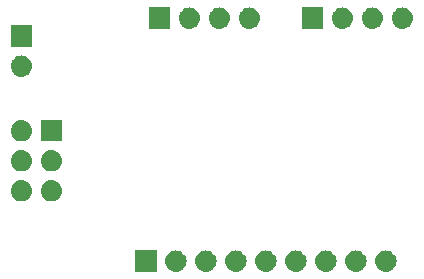
<source format=gbs>
G04 #@! TF.GenerationSoftware,KiCad,Pcbnew,(5.1.4)-1*
G04 #@! TF.CreationDate,2019-10-15T21:25:22-05:00*
G04 #@! TF.ProjectId,BACEE,42414345-452e-46b6-9963-61645f706362,1*
G04 #@! TF.SameCoordinates,Original*
G04 #@! TF.FileFunction,Soldermask,Bot*
G04 #@! TF.FilePolarity,Negative*
%FSLAX46Y46*%
G04 Gerber Fmt 4.6, Leading zero omitted, Abs format (unit mm)*
G04 Created by KiCad (PCBNEW (5.1.4)-1) date 2019-10-15 21:25:22*
%MOMM*%
%LPD*%
G04 APERTURE LIST*
%ADD10C,0.100000*%
G04 APERTURE END LIST*
D10*
G36*
X96884442Y-95879518D02*
G01*
X96950627Y-95886037D01*
X97120466Y-95937557D01*
X97276991Y-96021222D01*
X97312729Y-96050552D01*
X97414186Y-96133814D01*
X97497448Y-96235271D01*
X97526778Y-96271009D01*
X97610443Y-96427534D01*
X97661963Y-96597373D01*
X97679359Y-96774000D01*
X97661963Y-96950627D01*
X97610443Y-97120466D01*
X97526778Y-97276991D01*
X97497448Y-97312729D01*
X97414186Y-97414186D01*
X97312729Y-97497448D01*
X97276991Y-97526778D01*
X97120466Y-97610443D01*
X96950627Y-97661963D01*
X96884443Y-97668481D01*
X96818260Y-97675000D01*
X96729740Y-97675000D01*
X96663557Y-97668481D01*
X96597373Y-97661963D01*
X96427534Y-97610443D01*
X96271009Y-97526778D01*
X96235271Y-97497448D01*
X96133814Y-97414186D01*
X96050552Y-97312729D01*
X96021222Y-97276991D01*
X95937557Y-97120466D01*
X95886037Y-96950627D01*
X95868641Y-96774000D01*
X95886037Y-96597373D01*
X95937557Y-96427534D01*
X96021222Y-96271009D01*
X96050552Y-96235271D01*
X96133814Y-96133814D01*
X96235271Y-96050552D01*
X96271009Y-96021222D01*
X96427534Y-95937557D01*
X96597373Y-95886037D01*
X96663558Y-95879518D01*
X96729740Y-95873000D01*
X96818260Y-95873000D01*
X96884442Y-95879518D01*
X96884442Y-95879518D01*
G37*
G36*
X94344442Y-95879518D02*
G01*
X94410627Y-95886037D01*
X94580466Y-95937557D01*
X94736991Y-96021222D01*
X94772729Y-96050552D01*
X94874186Y-96133814D01*
X94957448Y-96235271D01*
X94986778Y-96271009D01*
X95070443Y-96427534D01*
X95121963Y-96597373D01*
X95139359Y-96774000D01*
X95121963Y-96950627D01*
X95070443Y-97120466D01*
X94986778Y-97276991D01*
X94957448Y-97312729D01*
X94874186Y-97414186D01*
X94772729Y-97497448D01*
X94736991Y-97526778D01*
X94580466Y-97610443D01*
X94410627Y-97661963D01*
X94344443Y-97668481D01*
X94278260Y-97675000D01*
X94189740Y-97675000D01*
X94123557Y-97668481D01*
X94057373Y-97661963D01*
X93887534Y-97610443D01*
X93731009Y-97526778D01*
X93695271Y-97497448D01*
X93593814Y-97414186D01*
X93510552Y-97312729D01*
X93481222Y-97276991D01*
X93397557Y-97120466D01*
X93346037Y-96950627D01*
X93328641Y-96774000D01*
X93346037Y-96597373D01*
X93397557Y-96427534D01*
X93481222Y-96271009D01*
X93510552Y-96235271D01*
X93593814Y-96133814D01*
X93695271Y-96050552D01*
X93731009Y-96021222D01*
X93887534Y-95937557D01*
X94057373Y-95886037D01*
X94123558Y-95879518D01*
X94189740Y-95873000D01*
X94278260Y-95873000D01*
X94344442Y-95879518D01*
X94344442Y-95879518D01*
G37*
G36*
X91804442Y-95879518D02*
G01*
X91870627Y-95886037D01*
X92040466Y-95937557D01*
X92196991Y-96021222D01*
X92232729Y-96050552D01*
X92334186Y-96133814D01*
X92417448Y-96235271D01*
X92446778Y-96271009D01*
X92530443Y-96427534D01*
X92581963Y-96597373D01*
X92599359Y-96774000D01*
X92581963Y-96950627D01*
X92530443Y-97120466D01*
X92446778Y-97276991D01*
X92417448Y-97312729D01*
X92334186Y-97414186D01*
X92232729Y-97497448D01*
X92196991Y-97526778D01*
X92040466Y-97610443D01*
X91870627Y-97661963D01*
X91804443Y-97668481D01*
X91738260Y-97675000D01*
X91649740Y-97675000D01*
X91583557Y-97668481D01*
X91517373Y-97661963D01*
X91347534Y-97610443D01*
X91191009Y-97526778D01*
X91155271Y-97497448D01*
X91053814Y-97414186D01*
X90970552Y-97312729D01*
X90941222Y-97276991D01*
X90857557Y-97120466D01*
X90806037Y-96950627D01*
X90788641Y-96774000D01*
X90806037Y-96597373D01*
X90857557Y-96427534D01*
X90941222Y-96271009D01*
X90970552Y-96235271D01*
X91053814Y-96133814D01*
X91155271Y-96050552D01*
X91191009Y-96021222D01*
X91347534Y-95937557D01*
X91517373Y-95886037D01*
X91583558Y-95879518D01*
X91649740Y-95873000D01*
X91738260Y-95873000D01*
X91804442Y-95879518D01*
X91804442Y-95879518D01*
G37*
G36*
X89264442Y-95879518D02*
G01*
X89330627Y-95886037D01*
X89500466Y-95937557D01*
X89656991Y-96021222D01*
X89692729Y-96050552D01*
X89794186Y-96133814D01*
X89877448Y-96235271D01*
X89906778Y-96271009D01*
X89990443Y-96427534D01*
X90041963Y-96597373D01*
X90059359Y-96774000D01*
X90041963Y-96950627D01*
X89990443Y-97120466D01*
X89906778Y-97276991D01*
X89877448Y-97312729D01*
X89794186Y-97414186D01*
X89692729Y-97497448D01*
X89656991Y-97526778D01*
X89500466Y-97610443D01*
X89330627Y-97661963D01*
X89264443Y-97668481D01*
X89198260Y-97675000D01*
X89109740Y-97675000D01*
X89043557Y-97668481D01*
X88977373Y-97661963D01*
X88807534Y-97610443D01*
X88651009Y-97526778D01*
X88615271Y-97497448D01*
X88513814Y-97414186D01*
X88430552Y-97312729D01*
X88401222Y-97276991D01*
X88317557Y-97120466D01*
X88266037Y-96950627D01*
X88248641Y-96774000D01*
X88266037Y-96597373D01*
X88317557Y-96427534D01*
X88401222Y-96271009D01*
X88430552Y-96235271D01*
X88513814Y-96133814D01*
X88615271Y-96050552D01*
X88651009Y-96021222D01*
X88807534Y-95937557D01*
X88977373Y-95886037D01*
X89043558Y-95879518D01*
X89109740Y-95873000D01*
X89198260Y-95873000D01*
X89264442Y-95879518D01*
X89264442Y-95879518D01*
G37*
G36*
X86724442Y-95879518D02*
G01*
X86790627Y-95886037D01*
X86960466Y-95937557D01*
X87116991Y-96021222D01*
X87152729Y-96050552D01*
X87254186Y-96133814D01*
X87337448Y-96235271D01*
X87366778Y-96271009D01*
X87450443Y-96427534D01*
X87501963Y-96597373D01*
X87519359Y-96774000D01*
X87501963Y-96950627D01*
X87450443Y-97120466D01*
X87366778Y-97276991D01*
X87337448Y-97312729D01*
X87254186Y-97414186D01*
X87152729Y-97497448D01*
X87116991Y-97526778D01*
X86960466Y-97610443D01*
X86790627Y-97661963D01*
X86724443Y-97668481D01*
X86658260Y-97675000D01*
X86569740Y-97675000D01*
X86503557Y-97668481D01*
X86437373Y-97661963D01*
X86267534Y-97610443D01*
X86111009Y-97526778D01*
X86075271Y-97497448D01*
X85973814Y-97414186D01*
X85890552Y-97312729D01*
X85861222Y-97276991D01*
X85777557Y-97120466D01*
X85726037Y-96950627D01*
X85708641Y-96774000D01*
X85726037Y-96597373D01*
X85777557Y-96427534D01*
X85861222Y-96271009D01*
X85890552Y-96235271D01*
X85973814Y-96133814D01*
X86075271Y-96050552D01*
X86111009Y-96021222D01*
X86267534Y-95937557D01*
X86437373Y-95886037D01*
X86503558Y-95879518D01*
X86569740Y-95873000D01*
X86658260Y-95873000D01*
X86724442Y-95879518D01*
X86724442Y-95879518D01*
G37*
G36*
X84975000Y-97675000D02*
G01*
X83173000Y-97675000D01*
X83173000Y-95873000D01*
X84975000Y-95873000D01*
X84975000Y-97675000D01*
X84975000Y-97675000D01*
G37*
G36*
X104504442Y-95879518D02*
G01*
X104570627Y-95886037D01*
X104740466Y-95937557D01*
X104896991Y-96021222D01*
X104932729Y-96050552D01*
X105034186Y-96133814D01*
X105117448Y-96235271D01*
X105146778Y-96271009D01*
X105230443Y-96427534D01*
X105281963Y-96597373D01*
X105299359Y-96774000D01*
X105281963Y-96950627D01*
X105230443Y-97120466D01*
X105146778Y-97276991D01*
X105117448Y-97312729D01*
X105034186Y-97414186D01*
X104932729Y-97497448D01*
X104896991Y-97526778D01*
X104740466Y-97610443D01*
X104570627Y-97661963D01*
X104504443Y-97668481D01*
X104438260Y-97675000D01*
X104349740Y-97675000D01*
X104283557Y-97668481D01*
X104217373Y-97661963D01*
X104047534Y-97610443D01*
X103891009Y-97526778D01*
X103855271Y-97497448D01*
X103753814Y-97414186D01*
X103670552Y-97312729D01*
X103641222Y-97276991D01*
X103557557Y-97120466D01*
X103506037Y-96950627D01*
X103488641Y-96774000D01*
X103506037Y-96597373D01*
X103557557Y-96427534D01*
X103641222Y-96271009D01*
X103670552Y-96235271D01*
X103753814Y-96133814D01*
X103855271Y-96050552D01*
X103891009Y-96021222D01*
X104047534Y-95937557D01*
X104217373Y-95886037D01*
X104283557Y-95879519D01*
X104349740Y-95873000D01*
X104438260Y-95873000D01*
X104504442Y-95879518D01*
X104504442Y-95879518D01*
G37*
G36*
X99424442Y-95879518D02*
G01*
X99490627Y-95886037D01*
X99660466Y-95937557D01*
X99816991Y-96021222D01*
X99852729Y-96050552D01*
X99954186Y-96133814D01*
X100037448Y-96235271D01*
X100066778Y-96271009D01*
X100150443Y-96427534D01*
X100201963Y-96597373D01*
X100219359Y-96774000D01*
X100201963Y-96950627D01*
X100150443Y-97120466D01*
X100066778Y-97276991D01*
X100037448Y-97312729D01*
X99954186Y-97414186D01*
X99852729Y-97497448D01*
X99816991Y-97526778D01*
X99660466Y-97610443D01*
X99490627Y-97661963D01*
X99424443Y-97668481D01*
X99358260Y-97675000D01*
X99269740Y-97675000D01*
X99203557Y-97668481D01*
X99137373Y-97661963D01*
X98967534Y-97610443D01*
X98811009Y-97526778D01*
X98775271Y-97497448D01*
X98673814Y-97414186D01*
X98590552Y-97312729D01*
X98561222Y-97276991D01*
X98477557Y-97120466D01*
X98426037Y-96950627D01*
X98408641Y-96774000D01*
X98426037Y-96597373D01*
X98477557Y-96427534D01*
X98561222Y-96271009D01*
X98590552Y-96235271D01*
X98673814Y-96133814D01*
X98775271Y-96050552D01*
X98811009Y-96021222D01*
X98967534Y-95937557D01*
X99137373Y-95886037D01*
X99203558Y-95879518D01*
X99269740Y-95873000D01*
X99358260Y-95873000D01*
X99424442Y-95879518D01*
X99424442Y-95879518D01*
G37*
G36*
X101964442Y-95879518D02*
G01*
X102030627Y-95886037D01*
X102200466Y-95937557D01*
X102356991Y-96021222D01*
X102392729Y-96050552D01*
X102494186Y-96133814D01*
X102577448Y-96235271D01*
X102606778Y-96271009D01*
X102690443Y-96427534D01*
X102741963Y-96597373D01*
X102759359Y-96774000D01*
X102741963Y-96950627D01*
X102690443Y-97120466D01*
X102606778Y-97276991D01*
X102577448Y-97312729D01*
X102494186Y-97414186D01*
X102392729Y-97497448D01*
X102356991Y-97526778D01*
X102200466Y-97610443D01*
X102030627Y-97661963D01*
X101964443Y-97668481D01*
X101898260Y-97675000D01*
X101809740Y-97675000D01*
X101743557Y-97668481D01*
X101677373Y-97661963D01*
X101507534Y-97610443D01*
X101351009Y-97526778D01*
X101315271Y-97497448D01*
X101213814Y-97414186D01*
X101130552Y-97312729D01*
X101101222Y-97276991D01*
X101017557Y-97120466D01*
X100966037Y-96950627D01*
X100948641Y-96774000D01*
X100966037Y-96597373D01*
X101017557Y-96427534D01*
X101101222Y-96271009D01*
X101130552Y-96235271D01*
X101213814Y-96133814D01*
X101315271Y-96050552D01*
X101351009Y-96021222D01*
X101507534Y-95937557D01*
X101677373Y-95886037D01*
X101743557Y-95879519D01*
X101809740Y-95873000D01*
X101898260Y-95873000D01*
X101964442Y-95879518D01*
X101964442Y-95879518D01*
G37*
G36*
X73643442Y-89910518D02*
G01*
X73709627Y-89917037D01*
X73879466Y-89968557D01*
X74035991Y-90052222D01*
X74071729Y-90081552D01*
X74173186Y-90164814D01*
X74256448Y-90266271D01*
X74285778Y-90302009D01*
X74369443Y-90458534D01*
X74420963Y-90628373D01*
X74438359Y-90805000D01*
X74420963Y-90981627D01*
X74369443Y-91151466D01*
X74285778Y-91307991D01*
X74256448Y-91343729D01*
X74173186Y-91445186D01*
X74071729Y-91528448D01*
X74035991Y-91557778D01*
X73879466Y-91641443D01*
X73709627Y-91692963D01*
X73643442Y-91699482D01*
X73577260Y-91706000D01*
X73488740Y-91706000D01*
X73422558Y-91699482D01*
X73356373Y-91692963D01*
X73186534Y-91641443D01*
X73030009Y-91557778D01*
X72994271Y-91528448D01*
X72892814Y-91445186D01*
X72809552Y-91343729D01*
X72780222Y-91307991D01*
X72696557Y-91151466D01*
X72645037Y-90981627D01*
X72627641Y-90805000D01*
X72645037Y-90628373D01*
X72696557Y-90458534D01*
X72780222Y-90302009D01*
X72809552Y-90266271D01*
X72892814Y-90164814D01*
X72994271Y-90081552D01*
X73030009Y-90052222D01*
X73186534Y-89968557D01*
X73356373Y-89917037D01*
X73422558Y-89910518D01*
X73488740Y-89904000D01*
X73577260Y-89904000D01*
X73643442Y-89910518D01*
X73643442Y-89910518D01*
G37*
G36*
X76183442Y-89910518D02*
G01*
X76249627Y-89917037D01*
X76419466Y-89968557D01*
X76575991Y-90052222D01*
X76611729Y-90081552D01*
X76713186Y-90164814D01*
X76796448Y-90266271D01*
X76825778Y-90302009D01*
X76909443Y-90458534D01*
X76960963Y-90628373D01*
X76978359Y-90805000D01*
X76960963Y-90981627D01*
X76909443Y-91151466D01*
X76825778Y-91307991D01*
X76796448Y-91343729D01*
X76713186Y-91445186D01*
X76611729Y-91528448D01*
X76575991Y-91557778D01*
X76419466Y-91641443D01*
X76249627Y-91692963D01*
X76183442Y-91699482D01*
X76117260Y-91706000D01*
X76028740Y-91706000D01*
X75962558Y-91699482D01*
X75896373Y-91692963D01*
X75726534Y-91641443D01*
X75570009Y-91557778D01*
X75534271Y-91528448D01*
X75432814Y-91445186D01*
X75349552Y-91343729D01*
X75320222Y-91307991D01*
X75236557Y-91151466D01*
X75185037Y-90981627D01*
X75167641Y-90805000D01*
X75185037Y-90628373D01*
X75236557Y-90458534D01*
X75320222Y-90302009D01*
X75349552Y-90266271D01*
X75432814Y-90164814D01*
X75534271Y-90081552D01*
X75570009Y-90052222D01*
X75726534Y-89968557D01*
X75896373Y-89917037D01*
X75962558Y-89910518D01*
X76028740Y-89904000D01*
X76117260Y-89904000D01*
X76183442Y-89910518D01*
X76183442Y-89910518D01*
G37*
G36*
X76183443Y-87370519D02*
G01*
X76249627Y-87377037D01*
X76419466Y-87428557D01*
X76575991Y-87512222D01*
X76611729Y-87541552D01*
X76713186Y-87624814D01*
X76796448Y-87726271D01*
X76825778Y-87762009D01*
X76909443Y-87918534D01*
X76960963Y-88088373D01*
X76978359Y-88265000D01*
X76960963Y-88441627D01*
X76909443Y-88611466D01*
X76825778Y-88767991D01*
X76796448Y-88803729D01*
X76713186Y-88905186D01*
X76611729Y-88988448D01*
X76575991Y-89017778D01*
X76419466Y-89101443D01*
X76249627Y-89152963D01*
X76183443Y-89159481D01*
X76117260Y-89166000D01*
X76028740Y-89166000D01*
X75962557Y-89159481D01*
X75896373Y-89152963D01*
X75726534Y-89101443D01*
X75570009Y-89017778D01*
X75534271Y-88988448D01*
X75432814Y-88905186D01*
X75349552Y-88803729D01*
X75320222Y-88767991D01*
X75236557Y-88611466D01*
X75185037Y-88441627D01*
X75167641Y-88265000D01*
X75185037Y-88088373D01*
X75236557Y-87918534D01*
X75320222Y-87762009D01*
X75349552Y-87726271D01*
X75432814Y-87624814D01*
X75534271Y-87541552D01*
X75570009Y-87512222D01*
X75726534Y-87428557D01*
X75896373Y-87377037D01*
X75962557Y-87370519D01*
X76028740Y-87364000D01*
X76117260Y-87364000D01*
X76183443Y-87370519D01*
X76183443Y-87370519D01*
G37*
G36*
X73643443Y-87370519D02*
G01*
X73709627Y-87377037D01*
X73879466Y-87428557D01*
X74035991Y-87512222D01*
X74071729Y-87541552D01*
X74173186Y-87624814D01*
X74256448Y-87726271D01*
X74285778Y-87762009D01*
X74369443Y-87918534D01*
X74420963Y-88088373D01*
X74438359Y-88265000D01*
X74420963Y-88441627D01*
X74369443Y-88611466D01*
X74285778Y-88767991D01*
X74256448Y-88803729D01*
X74173186Y-88905186D01*
X74071729Y-88988448D01*
X74035991Y-89017778D01*
X73879466Y-89101443D01*
X73709627Y-89152963D01*
X73643443Y-89159481D01*
X73577260Y-89166000D01*
X73488740Y-89166000D01*
X73422557Y-89159481D01*
X73356373Y-89152963D01*
X73186534Y-89101443D01*
X73030009Y-89017778D01*
X72994271Y-88988448D01*
X72892814Y-88905186D01*
X72809552Y-88803729D01*
X72780222Y-88767991D01*
X72696557Y-88611466D01*
X72645037Y-88441627D01*
X72627641Y-88265000D01*
X72645037Y-88088373D01*
X72696557Y-87918534D01*
X72780222Y-87762009D01*
X72809552Y-87726271D01*
X72892814Y-87624814D01*
X72994271Y-87541552D01*
X73030009Y-87512222D01*
X73186534Y-87428557D01*
X73356373Y-87377037D01*
X73422557Y-87370519D01*
X73488740Y-87364000D01*
X73577260Y-87364000D01*
X73643443Y-87370519D01*
X73643443Y-87370519D01*
G37*
G36*
X76974000Y-86626000D02*
G01*
X75172000Y-86626000D01*
X75172000Y-84824000D01*
X76974000Y-84824000D01*
X76974000Y-86626000D01*
X76974000Y-86626000D01*
G37*
G36*
X73643443Y-84830519D02*
G01*
X73709627Y-84837037D01*
X73879466Y-84888557D01*
X74035991Y-84972222D01*
X74071729Y-85001552D01*
X74173186Y-85084814D01*
X74256448Y-85186271D01*
X74285778Y-85222009D01*
X74369443Y-85378534D01*
X74420963Y-85548373D01*
X74438359Y-85725000D01*
X74420963Y-85901627D01*
X74369443Y-86071466D01*
X74285778Y-86227991D01*
X74256448Y-86263729D01*
X74173186Y-86365186D01*
X74071729Y-86448448D01*
X74035991Y-86477778D01*
X73879466Y-86561443D01*
X73709627Y-86612963D01*
X73643442Y-86619482D01*
X73577260Y-86626000D01*
X73488740Y-86626000D01*
X73422558Y-86619482D01*
X73356373Y-86612963D01*
X73186534Y-86561443D01*
X73030009Y-86477778D01*
X72994271Y-86448448D01*
X72892814Y-86365186D01*
X72809552Y-86263729D01*
X72780222Y-86227991D01*
X72696557Y-86071466D01*
X72645037Y-85901627D01*
X72627641Y-85725000D01*
X72645037Y-85548373D01*
X72696557Y-85378534D01*
X72780222Y-85222009D01*
X72809552Y-85186271D01*
X72892814Y-85084814D01*
X72994271Y-85001552D01*
X73030009Y-84972222D01*
X73186534Y-84888557D01*
X73356373Y-84837037D01*
X73422557Y-84830519D01*
X73488740Y-84824000D01*
X73577260Y-84824000D01*
X73643443Y-84830519D01*
X73643443Y-84830519D01*
G37*
G36*
X73643442Y-79369518D02*
G01*
X73709627Y-79376037D01*
X73879466Y-79427557D01*
X74035991Y-79511222D01*
X74071729Y-79540552D01*
X74173186Y-79623814D01*
X74256448Y-79725271D01*
X74285778Y-79761009D01*
X74369443Y-79917534D01*
X74420963Y-80087373D01*
X74438359Y-80264000D01*
X74420963Y-80440627D01*
X74369443Y-80610466D01*
X74285778Y-80766991D01*
X74256448Y-80802729D01*
X74173186Y-80904186D01*
X74071729Y-80987448D01*
X74035991Y-81016778D01*
X73879466Y-81100443D01*
X73709627Y-81151963D01*
X73643443Y-81158481D01*
X73577260Y-81165000D01*
X73488740Y-81165000D01*
X73422557Y-81158481D01*
X73356373Y-81151963D01*
X73186534Y-81100443D01*
X73030009Y-81016778D01*
X72994271Y-80987448D01*
X72892814Y-80904186D01*
X72809552Y-80802729D01*
X72780222Y-80766991D01*
X72696557Y-80610466D01*
X72645037Y-80440627D01*
X72627641Y-80264000D01*
X72645037Y-80087373D01*
X72696557Y-79917534D01*
X72780222Y-79761009D01*
X72809552Y-79725271D01*
X72892814Y-79623814D01*
X72994271Y-79540552D01*
X73030009Y-79511222D01*
X73186534Y-79427557D01*
X73356373Y-79376037D01*
X73422558Y-79369518D01*
X73488740Y-79363000D01*
X73577260Y-79363000D01*
X73643442Y-79369518D01*
X73643442Y-79369518D01*
G37*
G36*
X74434000Y-78625000D02*
G01*
X72632000Y-78625000D01*
X72632000Y-76823000D01*
X74434000Y-76823000D01*
X74434000Y-78625000D01*
X74434000Y-78625000D01*
G37*
G36*
X99072000Y-77101000D02*
G01*
X97270000Y-77101000D01*
X97270000Y-75299000D01*
X99072000Y-75299000D01*
X99072000Y-77101000D01*
X99072000Y-77101000D01*
G37*
G36*
X100821442Y-75305518D02*
G01*
X100887627Y-75312037D01*
X101057466Y-75363557D01*
X101213991Y-75447222D01*
X101249729Y-75476552D01*
X101351186Y-75559814D01*
X101434448Y-75661271D01*
X101463778Y-75697009D01*
X101547443Y-75853534D01*
X101598963Y-76023373D01*
X101616359Y-76200000D01*
X101598963Y-76376627D01*
X101547443Y-76546466D01*
X101463778Y-76702991D01*
X101434448Y-76738729D01*
X101351186Y-76840186D01*
X101249729Y-76923448D01*
X101213991Y-76952778D01*
X101057466Y-77036443D01*
X100887627Y-77087963D01*
X100821442Y-77094482D01*
X100755260Y-77101000D01*
X100666740Y-77101000D01*
X100600558Y-77094482D01*
X100534373Y-77087963D01*
X100364534Y-77036443D01*
X100208009Y-76952778D01*
X100172271Y-76923448D01*
X100070814Y-76840186D01*
X99987552Y-76738729D01*
X99958222Y-76702991D01*
X99874557Y-76546466D01*
X99823037Y-76376627D01*
X99805641Y-76200000D01*
X99823037Y-76023373D01*
X99874557Y-75853534D01*
X99958222Y-75697009D01*
X99987552Y-75661271D01*
X100070814Y-75559814D01*
X100172271Y-75476552D01*
X100208009Y-75447222D01*
X100364534Y-75363557D01*
X100534373Y-75312037D01*
X100600558Y-75305518D01*
X100666740Y-75299000D01*
X100755260Y-75299000D01*
X100821442Y-75305518D01*
X100821442Y-75305518D01*
G37*
G36*
X103361442Y-75305518D02*
G01*
X103427627Y-75312037D01*
X103597466Y-75363557D01*
X103753991Y-75447222D01*
X103789729Y-75476552D01*
X103891186Y-75559814D01*
X103974448Y-75661271D01*
X104003778Y-75697009D01*
X104087443Y-75853534D01*
X104138963Y-76023373D01*
X104156359Y-76200000D01*
X104138963Y-76376627D01*
X104087443Y-76546466D01*
X104003778Y-76702991D01*
X103974448Y-76738729D01*
X103891186Y-76840186D01*
X103789729Y-76923448D01*
X103753991Y-76952778D01*
X103597466Y-77036443D01*
X103427627Y-77087963D01*
X103361442Y-77094482D01*
X103295260Y-77101000D01*
X103206740Y-77101000D01*
X103140558Y-77094482D01*
X103074373Y-77087963D01*
X102904534Y-77036443D01*
X102748009Y-76952778D01*
X102712271Y-76923448D01*
X102610814Y-76840186D01*
X102527552Y-76738729D01*
X102498222Y-76702991D01*
X102414557Y-76546466D01*
X102363037Y-76376627D01*
X102345641Y-76200000D01*
X102363037Y-76023373D01*
X102414557Y-75853534D01*
X102498222Y-75697009D01*
X102527552Y-75661271D01*
X102610814Y-75559814D01*
X102712271Y-75476552D01*
X102748009Y-75447222D01*
X102904534Y-75363557D01*
X103074373Y-75312037D01*
X103140558Y-75305518D01*
X103206740Y-75299000D01*
X103295260Y-75299000D01*
X103361442Y-75305518D01*
X103361442Y-75305518D01*
G37*
G36*
X105901442Y-75305518D02*
G01*
X105967627Y-75312037D01*
X106137466Y-75363557D01*
X106293991Y-75447222D01*
X106329729Y-75476552D01*
X106431186Y-75559814D01*
X106514448Y-75661271D01*
X106543778Y-75697009D01*
X106627443Y-75853534D01*
X106678963Y-76023373D01*
X106696359Y-76200000D01*
X106678963Y-76376627D01*
X106627443Y-76546466D01*
X106543778Y-76702991D01*
X106514448Y-76738729D01*
X106431186Y-76840186D01*
X106329729Y-76923448D01*
X106293991Y-76952778D01*
X106137466Y-77036443D01*
X105967627Y-77087963D01*
X105901442Y-77094482D01*
X105835260Y-77101000D01*
X105746740Y-77101000D01*
X105680558Y-77094482D01*
X105614373Y-77087963D01*
X105444534Y-77036443D01*
X105288009Y-76952778D01*
X105252271Y-76923448D01*
X105150814Y-76840186D01*
X105067552Y-76738729D01*
X105038222Y-76702991D01*
X104954557Y-76546466D01*
X104903037Y-76376627D01*
X104885641Y-76200000D01*
X104903037Y-76023373D01*
X104954557Y-75853534D01*
X105038222Y-75697009D01*
X105067552Y-75661271D01*
X105150814Y-75559814D01*
X105252271Y-75476552D01*
X105288009Y-75447222D01*
X105444534Y-75363557D01*
X105614373Y-75312037D01*
X105680558Y-75305518D01*
X105746740Y-75299000D01*
X105835260Y-75299000D01*
X105901442Y-75305518D01*
X105901442Y-75305518D01*
G37*
G36*
X86118000Y-77101000D02*
G01*
X84316000Y-77101000D01*
X84316000Y-75299000D01*
X86118000Y-75299000D01*
X86118000Y-77101000D01*
X86118000Y-77101000D01*
G37*
G36*
X92947442Y-75305518D02*
G01*
X93013627Y-75312037D01*
X93183466Y-75363557D01*
X93339991Y-75447222D01*
X93375729Y-75476552D01*
X93477186Y-75559814D01*
X93560448Y-75661271D01*
X93589778Y-75697009D01*
X93673443Y-75853534D01*
X93724963Y-76023373D01*
X93742359Y-76200000D01*
X93724963Y-76376627D01*
X93673443Y-76546466D01*
X93589778Y-76702991D01*
X93560448Y-76738729D01*
X93477186Y-76840186D01*
X93375729Y-76923448D01*
X93339991Y-76952778D01*
X93183466Y-77036443D01*
X93013627Y-77087963D01*
X92947442Y-77094482D01*
X92881260Y-77101000D01*
X92792740Y-77101000D01*
X92726558Y-77094482D01*
X92660373Y-77087963D01*
X92490534Y-77036443D01*
X92334009Y-76952778D01*
X92298271Y-76923448D01*
X92196814Y-76840186D01*
X92113552Y-76738729D01*
X92084222Y-76702991D01*
X92000557Y-76546466D01*
X91949037Y-76376627D01*
X91931641Y-76200000D01*
X91949037Y-76023373D01*
X92000557Y-75853534D01*
X92084222Y-75697009D01*
X92113552Y-75661271D01*
X92196814Y-75559814D01*
X92298271Y-75476552D01*
X92334009Y-75447222D01*
X92490534Y-75363557D01*
X92660373Y-75312037D01*
X92726558Y-75305518D01*
X92792740Y-75299000D01*
X92881260Y-75299000D01*
X92947442Y-75305518D01*
X92947442Y-75305518D01*
G37*
G36*
X90407442Y-75305518D02*
G01*
X90473627Y-75312037D01*
X90643466Y-75363557D01*
X90799991Y-75447222D01*
X90835729Y-75476552D01*
X90937186Y-75559814D01*
X91020448Y-75661271D01*
X91049778Y-75697009D01*
X91133443Y-75853534D01*
X91184963Y-76023373D01*
X91202359Y-76200000D01*
X91184963Y-76376627D01*
X91133443Y-76546466D01*
X91049778Y-76702991D01*
X91020448Y-76738729D01*
X90937186Y-76840186D01*
X90835729Y-76923448D01*
X90799991Y-76952778D01*
X90643466Y-77036443D01*
X90473627Y-77087963D01*
X90407442Y-77094482D01*
X90341260Y-77101000D01*
X90252740Y-77101000D01*
X90186558Y-77094482D01*
X90120373Y-77087963D01*
X89950534Y-77036443D01*
X89794009Y-76952778D01*
X89758271Y-76923448D01*
X89656814Y-76840186D01*
X89573552Y-76738729D01*
X89544222Y-76702991D01*
X89460557Y-76546466D01*
X89409037Y-76376627D01*
X89391641Y-76200000D01*
X89409037Y-76023373D01*
X89460557Y-75853534D01*
X89544222Y-75697009D01*
X89573552Y-75661271D01*
X89656814Y-75559814D01*
X89758271Y-75476552D01*
X89794009Y-75447222D01*
X89950534Y-75363557D01*
X90120373Y-75312037D01*
X90186558Y-75305518D01*
X90252740Y-75299000D01*
X90341260Y-75299000D01*
X90407442Y-75305518D01*
X90407442Y-75305518D01*
G37*
G36*
X87867442Y-75305518D02*
G01*
X87933627Y-75312037D01*
X88103466Y-75363557D01*
X88259991Y-75447222D01*
X88295729Y-75476552D01*
X88397186Y-75559814D01*
X88480448Y-75661271D01*
X88509778Y-75697009D01*
X88593443Y-75853534D01*
X88644963Y-76023373D01*
X88662359Y-76200000D01*
X88644963Y-76376627D01*
X88593443Y-76546466D01*
X88509778Y-76702991D01*
X88480448Y-76738729D01*
X88397186Y-76840186D01*
X88295729Y-76923448D01*
X88259991Y-76952778D01*
X88103466Y-77036443D01*
X87933627Y-77087963D01*
X87867442Y-77094482D01*
X87801260Y-77101000D01*
X87712740Y-77101000D01*
X87646558Y-77094482D01*
X87580373Y-77087963D01*
X87410534Y-77036443D01*
X87254009Y-76952778D01*
X87218271Y-76923448D01*
X87116814Y-76840186D01*
X87033552Y-76738729D01*
X87004222Y-76702991D01*
X86920557Y-76546466D01*
X86869037Y-76376627D01*
X86851641Y-76200000D01*
X86869037Y-76023373D01*
X86920557Y-75853534D01*
X87004222Y-75697009D01*
X87033552Y-75661271D01*
X87116814Y-75559814D01*
X87218271Y-75476552D01*
X87254009Y-75447222D01*
X87410534Y-75363557D01*
X87580373Y-75312037D01*
X87646558Y-75305518D01*
X87712740Y-75299000D01*
X87801260Y-75299000D01*
X87867442Y-75305518D01*
X87867442Y-75305518D01*
G37*
M02*

</source>
